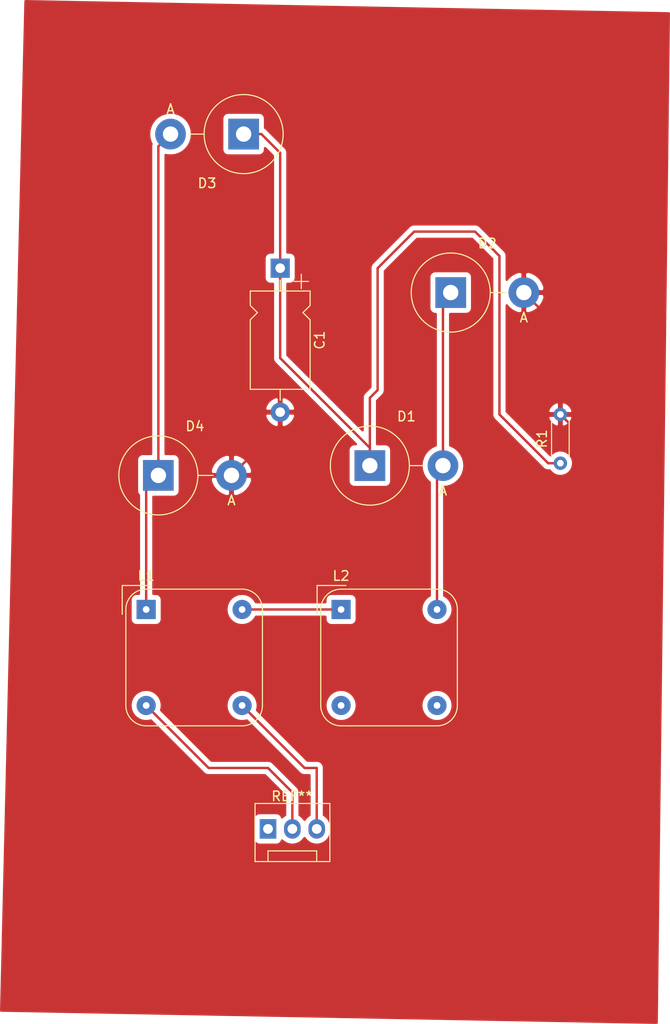
<source format=kicad_pcb>
(kicad_pcb (version 20171130) (host pcbnew "(5.1.4)-1")

  (general
    (thickness 1.6)
    (drawings 0)
    (tracks 50)
    (zones 0)
    (modules 9)
    (nets 6)
  )

  (page A4)
  (layers
    (0 F.Cu signal)
    (31 B.Cu signal)
    (32 B.Adhes user)
    (33 F.Adhes user)
    (34 B.Paste user)
    (35 F.Paste user)
    (36 B.SilkS user)
    (37 F.SilkS user)
    (38 B.Mask user)
    (39 F.Mask user)
    (40 Dwgs.User user)
    (41 Cmts.User user)
    (42 Eco1.User user)
    (43 Eco2.User user)
    (44 Edge.Cuts user)
    (45 Margin user)
    (46 B.CrtYd user hide)
    (47 F.CrtYd user hide)
    (48 B.Fab user hide)
    (49 F.Fab user hide)
  )

  (setup
    (last_trace_width 0.25)
    (trace_clearance 0.2)
    (zone_clearance 0.508)
    (zone_45_only no)
    (trace_min 0.2)
    (via_size 0.8)
    (via_drill 0.4)
    (via_min_size 0.4)
    (via_min_drill 0.3)
    (uvia_size 0.3)
    (uvia_drill 0.1)
    (uvias_allowed no)
    (uvia_min_size 0.2)
    (uvia_min_drill 0.1)
    (edge_width 0.05)
    (segment_width 0.2)
    (pcb_text_width 0.3)
    (pcb_text_size 1.5 1.5)
    (mod_edge_width 0.12)
    (mod_text_size 1 1)
    (mod_text_width 0.15)
    (pad_size 1.524 1.524)
    (pad_drill 0.762)
    (pad_to_mask_clearance 0.051)
    (solder_mask_min_width 0.25)
    (aux_axis_origin 0 0)
    (visible_elements FFFFFF7F)
    (pcbplotparams
      (layerselection 0x010fc_ffffffff)
      (usegerberextensions false)
      (usegerberattributes false)
      (usegerberadvancedattributes false)
      (creategerberjobfile false)
      (excludeedgelayer true)
      (linewidth 0.100000)
      (plotframeref false)
      (viasonmask false)
      (mode 1)
      (useauxorigin false)
      (hpglpennumber 1)
      (hpglpenspeed 20)
      (hpglpendiameter 15.000000)
      (psnegative false)
      (psa4output false)
      (plotreference true)
      (plotvalue true)
      (plotinvisibletext false)
      (padsonsilk false)
      (subtractmaskfromsilk false)
      (outputformat 1)
      (mirror false)
      (drillshape 1)
      (scaleselection 1)
      (outputdirectory ""))
  )

  (net 0 "")
  (net 1 GNDREF)
  (net 2 "Net-(C1-Pad1)")
  (net 3 "Net-(D1-Pad2)")
  (net 4 AC)
  (net 5 "Net-(L1-Pad2)")

  (net_class Default "Esta es la clase de red por defecto."
    (clearance 0.2)
    (trace_width 0.25)
    (via_dia 0.8)
    (via_drill 0.4)
    (uvia_dia 0.3)
    (uvia_drill 0.1)
    (add_net AC)
    (add_net GNDREF)
    (add_net "Net-(C1-Pad1)")
    (add_net "Net-(D1-Pad2)")
    (add_net "Net-(L1-Pad2)")
  )

  (module Connector:FanPinHeader_1x03_P2.54mm_Vertical (layer F.Cu) (tedit 5A19DCDF) (tstamp 5D78D8EF)
    (at 116.84 147.32)
    (descr "3-pin CPU fan Through hole pin header, see http://www.formfactors.org/developer%5Cspecs%5Crev1_2_public.pdf")
    (tags "pin header 3-pin CPU fan")
    (fp_text reference REF** (at 2.5 -3.4) (layer F.SilkS)
      (effects (font (size 1 1) (thickness 0.15)))
    )
    (fp_text value FanPinHeader_1x03_P2.54mm_Vertical (at 2.55 4.5) (layer F.Fab)
      (effects (font (size 1 1) (thickness 0.15)))
    )
    (fp_line (start 6.85 -3.05) (end 6.85 3.8) (layer F.CrtYd) (width 0.05))
    (fp_line (start 6.85 -3.05) (end -1.75 -3.05) (layer F.CrtYd) (width 0.05))
    (fp_line (start -1.75 3.8) (end 6.85 3.8) (layer F.CrtYd) (width 0.05))
    (fp_line (start -1.75 3.8) (end -1.75 -3.05) (layer F.CrtYd) (width 0.05))
    (fp_line (start 5.08 2.29) (end 5.08 3.3) (layer F.SilkS) (width 0.12))
    (fp_line (start 0 2.29) (end 5.08 2.29) (layer F.SilkS) (width 0.12))
    (fp_line (start 0 3.3) (end 0 2.29) (layer F.SilkS) (width 0.12))
    (fp_line (start 6.35 3.3) (end -1.25 3.3) (layer F.Fab) (width 0.1))
    (fp_line (start 6.35 -2.55) (end 6.35 3.3) (layer F.Fab) (width 0.1))
    (fp_line (start -1.25 -2.55) (end 6.35 -2.55) (layer F.Fab) (width 0.1))
    (fp_line (start -1.25 3.3) (end -1.25 -2.55) (layer F.Fab) (width 0.1))
    (fp_line (start 0 2.3) (end 0 3.3) (layer F.Fab) (width 0.1))
    (fp_line (start 5.05 2.3) (end 0 2.3) (layer F.Fab) (width 0.1))
    (fp_line (start 5.05 3.3) (end 5.05 2.3) (layer F.Fab) (width 0.1))
    (fp_line (start 6.45 3.4) (end -1.35 3.4) (layer F.SilkS) (width 0.12))
    (fp_line (start 6.45 -2.65) (end 6.45 3.4) (layer F.SilkS) (width 0.12))
    (fp_line (start -1.35 -2.65) (end 6.45 -2.65) (layer F.SilkS) (width 0.12))
    (fp_line (start -1.35 3.4) (end -1.35 -2.65) (layer F.SilkS) (width 0.12))
    (fp_text user %R (at 2.45 1.8) (layer F.Fab)
      (effects (font (size 1 1) (thickness 0.15)))
    )
    (pad 3 thru_hole oval (at 5.08 0 90) (size 2.03 1.73) (drill 1.02) (layers *.Cu *.Mask))
    (pad 2 thru_hole oval (at 2.54 0 90) (size 2.03 1.73) (drill 1.02) (layers *.Cu *.Mask))
    (pad 1 thru_hole rect (at 0 0 90) (size 2.03 1.73) (drill 1.02) (layers *.Cu *.Mask))
    (model ${KISYS3DMOD}/Connector.3dshapes/FanPinHeader_1x03_P2.54mm_Vertical.wrl
      (at (xyz 0 0 0))
      (scale (xyz 1 1 1))
      (rotate (xyz 0 0 0))
    )
  )

  (module Resistor_THT:R_Axial_DIN0204_L3.6mm_D1.6mm_P5.08mm_Horizontal (layer F.Cu) (tedit 5AE5139B) (tstamp 5D78D28F)
    (at 147.32 109.22 90)
    (descr "Resistor, Axial_DIN0204 series, Axial, Horizontal, pin pitch=5.08mm, 0.167W, length*diameter=3.6*1.6mm^2, http://cdn-reichelt.de/documents/datenblatt/B400/1_4W%23YAG.pdf")
    (tags "Resistor Axial_DIN0204 series Axial Horizontal pin pitch 5.08mm 0.167W length 3.6mm diameter 1.6mm")
    (path /5D7A3C8F)
    (fp_text reference R1 (at 2.54 -1.92 90) (layer F.SilkS)
      (effects (font (size 1 1) (thickness 0.15)))
    )
    (fp_text value 10 (at 2.54 1.92 90) (layer F.Fab)
      (effects (font (size 1 1) (thickness 0.15)))
    )
    (fp_text user %R (at 2.54 0) (layer F.Fab)
      (effects (font (size 0.72 0.72) (thickness 0.108)))
    )
    (fp_line (start 6.03 -1.05) (end -0.95 -1.05) (layer F.CrtYd) (width 0.05))
    (fp_line (start 6.03 1.05) (end 6.03 -1.05) (layer F.CrtYd) (width 0.05))
    (fp_line (start -0.95 1.05) (end 6.03 1.05) (layer F.CrtYd) (width 0.05))
    (fp_line (start -0.95 -1.05) (end -0.95 1.05) (layer F.CrtYd) (width 0.05))
    (fp_line (start 0.62 0.92) (end 4.46 0.92) (layer F.SilkS) (width 0.12))
    (fp_line (start 0.62 -0.92) (end 4.46 -0.92) (layer F.SilkS) (width 0.12))
    (fp_line (start 5.08 0) (end 4.34 0) (layer F.Fab) (width 0.1))
    (fp_line (start 0 0) (end 0.74 0) (layer F.Fab) (width 0.1))
    (fp_line (start 4.34 -0.8) (end 0.74 -0.8) (layer F.Fab) (width 0.1))
    (fp_line (start 4.34 0.8) (end 4.34 -0.8) (layer F.Fab) (width 0.1))
    (fp_line (start 0.74 0.8) (end 4.34 0.8) (layer F.Fab) (width 0.1))
    (fp_line (start 0.74 -0.8) (end 0.74 0.8) (layer F.Fab) (width 0.1))
    (pad 2 thru_hole oval (at 5.08 0 90) (size 1.4 1.4) (drill 0.7) (layers *.Cu *.Mask)
      (net 1 GNDREF))
    (pad 1 thru_hole circle (at 0 0 90) (size 1.4 1.4) (drill 0.7) (layers *.Cu *.Mask)
      (net 2 "Net-(C1-Pad1)"))
    (model ${KISYS3DMOD}/Resistor_THT.3dshapes/R_Axial_DIN0204_L3.6mm_D1.6mm_P5.08mm_Horizontal.wrl
      (at (xyz 0 0 0))
      (scale (xyz 1 1 1))
      (rotate (xyz 0 0 0))
    )
  )

  (module Inductor_THT:Choke_Schaffner_RN102-04-14.0x14.0mm (layer F.Cu) (tedit 5A1421CD) (tstamp 5D78D27C)
    (at 124.46 124.46)
    (descr "Current-compensated Chokes, Scaffner, RN102-04, 14.0mmx14.0mm https://www.schaffner.com/products/download/product/datasheet/rn-series-common-mode-chokes-new/")
    (tags "chokes schaffner tht")
    (path /5D7A23D5)
    (fp_text reference L2 (at 0 -3.5) (layer F.SilkS)
      (effects (font (size 1 1) (thickness 0.15)))
    )
    (fp_text value 1mh (at 5 13.5) (layer F.Fab)
      (effects (font (size 1 1) (thickness 0.15)))
    )
    (fp_text user %R (at 5 5) (layer F.Fab)
      (effects (font (size 1 1) (thickness 0.15)))
    )
    (fp_line (start -2.5 -2.5) (end -2.5 0.5) (layer F.SilkS) (width 0.12))
    (fp_line (start -2.5 -2.5) (end 0.5 -2.5) (layer F.SilkS) (width 0.12))
    (fp_line (start -2.25 10) (end -2.25 0) (layer F.CrtYd) (width 0.05))
    (fp_line (start 10 12.25) (end 0 12.25) (layer F.CrtYd) (width 0.05))
    (fp_line (start 12.25 0) (end 12.25 10) (layer F.CrtYd) (width 0.05))
    (fp_line (start 0 -2.25) (end 10 -2.25) (layer F.CrtYd) (width 0.05))
    (fp_line (start -2.12 10) (end -2.12 0) (layer F.SilkS) (width 0.12))
    (fp_line (start 10 12.12) (end 0 12.12) (layer F.SilkS) (width 0.12))
    (fp_line (start 12.12 0) (end 12.12 10) (layer F.SilkS) (width 0.12))
    (fp_line (start 0 -2.12) (end 10 -2.12) (layer F.SilkS) (width 0.12))
    (fp_line (start -1 1) (end -2 0) (layer F.Fab) (width 0.1))
    (fp_line (start -2 2) (end -1 1) (layer F.Fab) (width 0.1))
    (fp_line (start -2 10) (end -2 2) (layer F.Fab) (width 0.1))
    (fp_line (start 10 12) (end 0 12) (layer F.Fab) (width 0.1))
    (fp_line (start 12 0) (end 12 10) (layer F.Fab) (width 0.1))
    (fp_line (start 0 -2) (end 10 -2) (layer F.Fab) (width 0.1))
    (fp_arc (start 0 0) (end -2.25 0) (angle 90) (layer F.CrtYd) (width 0.05))
    (fp_arc (start 0 10) (end 0 12.25) (angle 90) (layer F.CrtYd) (width 0.05))
    (fp_arc (start 10 10) (end 12.25 10) (angle 90) (layer F.CrtYd) (width 0.05))
    (fp_arc (start 10 0) (end 10 -2.25) (angle 90) (layer F.CrtYd) (width 0.05))
    (fp_arc (start 0 0) (end -2.12 0) (angle 90) (layer F.SilkS) (width 0.12))
    (fp_arc (start 0 10) (end 0 12.12) (angle 90) (layer F.SilkS) (width 0.12))
    (fp_arc (start 10 10) (end 12.12 10) (angle 90) (layer F.SilkS) (width 0.12))
    (fp_arc (start 10 0) (end 10 -2.12) (angle 90) (layer F.SilkS) (width 0.12))
    (fp_arc (start 0 0) (end -2 0) (angle 90) (layer F.Fab) (width 0.1))
    (fp_arc (start 0 10) (end 0 12) (angle 90) (layer F.Fab) (width 0.1))
    (fp_arc (start 10 10) (end 12 10) (angle 90) (layer F.Fab) (width 0.1))
    (fp_arc (start 10 0) (end 10 -2) (angle 90) (layer F.Fab) (width 0.1))
    (pad 4 thru_hole circle (at 10 10) (size 2 2) (drill 0.7) (layers *.Cu *.Mask))
    (pad 3 thru_hole circle (at 0 10) (size 2 2) (drill 0.7) (layers *.Cu *.Mask))
    (pad 2 thru_hole circle (at 10 0) (size 2 2) (drill 0.7) (layers *.Cu *.Mask)
      (net 3 "Net-(D1-Pad2)"))
    (pad 1 thru_hole rect (at 0 0) (size 2 2) (drill 0.7) (layers *.Cu *.Mask)
      (net 5 "Net-(L1-Pad2)"))
    (model ${KISYS3DMOD}/Inductor_THT.3dshapes/Choke_Schaffner_RN102-04-14.0x14.0mm.wrl
      (at (xyz 0 0 0))
      (scale (xyz 1 1 1))
      (rotate (xyz 0 0 0))
    )
  )

  (module Inductor_THT:Choke_Schaffner_RN102-04-14.0x14.0mm (layer F.Cu) (tedit 5A1421CD) (tstamp 5D78D257)
    (at 104.14 124.46)
    (descr "Current-compensated Chokes, Scaffner, RN102-04, 14.0mmx14.0mm https://www.schaffner.com/products/download/product/datasheet/rn-series-common-mode-chokes-new/")
    (tags "chokes schaffner tht")
    (path /5D7A1997)
    (fp_text reference L1 (at 0 -3.5) (layer F.SilkS)
      (effects (font (size 1 1) (thickness 0.15)))
    )
    (fp_text value 0.5mh (at 5 13.5) (layer F.Fab)
      (effects (font (size 1 1) (thickness 0.15)))
    )
    (fp_text user %R (at 5 5) (layer F.Fab)
      (effects (font (size 1 1) (thickness 0.15)))
    )
    (fp_line (start -2.5 -2.5) (end -2.5 0.5) (layer F.SilkS) (width 0.12))
    (fp_line (start -2.5 -2.5) (end 0.5 -2.5) (layer F.SilkS) (width 0.12))
    (fp_line (start -2.25 10) (end -2.25 0) (layer F.CrtYd) (width 0.05))
    (fp_line (start 10 12.25) (end 0 12.25) (layer F.CrtYd) (width 0.05))
    (fp_line (start 12.25 0) (end 12.25 10) (layer F.CrtYd) (width 0.05))
    (fp_line (start 0 -2.25) (end 10 -2.25) (layer F.CrtYd) (width 0.05))
    (fp_line (start -2.12 10) (end -2.12 0) (layer F.SilkS) (width 0.12))
    (fp_line (start 10 12.12) (end 0 12.12) (layer F.SilkS) (width 0.12))
    (fp_line (start 12.12 0) (end 12.12 10) (layer F.SilkS) (width 0.12))
    (fp_line (start 0 -2.12) (end 10 -2.12) (layer F.SilkS) (width 0.12))
    (fp_line (start -1 1) (end -2 0) (layer F.Fab) (width 0.1))
    (fp_line (start -2 2) (end -1 1) (layer F.Fab) (width 0.1))
    (fp_line (start -2 10) (end -2 2) (layer F.Fab) (width 0.1))
    (fp_line (start 10 12) (end 0 12) (layer F.Fab) (width 0.1))
    (fp_line (start 12 0) (end 12 10) (layer F.Fab) (width 0.1))
    (fp_line (start 0 -2) (end 10 -2) (layer F.Fab) (width 0.1))
    (fp_arc (start 0 0) (end -2.25 0) (angle 90) (layer F.CrtYd) (width 0.05))
    (fp_arc (start 0 10) (end 0 12.25) (angle 90) (layer F.CrtYd) (width 0.05))
    (fp_arc (start 10 10) (end 12.25 10) (angle 90) (layer F.CrtYd) (width 0.05))
    (fp_arc (start 10 0) (end 10 -2.25) (angle 90) (layer F.CrtYd) (width 0.05))
    (fp_arc (start 0 0) (end -2.12 0) (angle 90) (layer F.SilkS) (width 0.12))
    (fp_arc (start 0 10) (end 0 12.12) (angle 90) (layer F.SilkS) (width 0.12))
    (fp_arc (start 10 10) (end 12.12 10) (angle 90) (layer F.SilkS) (width 0.12))
    (fp_arc (start 10 0) (end 10 -2.12) (angle 90) (layer F.SilkS) (width 0.12))
    (fp_arc (start 0 0) (end -2 0) (angle 90) (layer F.Fab) (width 0.1))
    (fp_arc (start 0 10) (end 0 12) (angle 90) (layer F.Fab) (width 0.1))
    (fp_arc (start 10 10) (end 12 10) (angle 90) (layer F.Fab) (width 0.1))
    (fp_arc (start 10 0) (end 10 -2) (angle 90) (layer F.Fab) (width 0.1))
    (pad 4 thru_hole circle (at 10 10) (size 2 2) (drill 0.7) (layers *.Cu *.Mask))
    (pad 3 thru_hole circle (at 0 10) (size 2 2) (drill 0.7) (layers *.Cu *.Mask))
    (pad 2 thru_hole circle (at 10 0) (size 2 2) (drill 0.7) (layers *.Cu *.Mask)
      (net 5 "Net-(L1-Pad2)"))
    (pad 1 thru_hole rect (at 0 0) (size 2 2) (drill 0.7) (layers *.Cu *.Mask)
      (net 4 AC))
    (model ${KISYS3DMOD}/Inductor_THT.3dshapes/Choke_Schaffner_RN102-04-14.0x14.0mm.wrl
      (at (xyz 0 0 0))
      (scale (xyz 1 1 1))
      (rotate (xyz 0 0 0))
    )
  )

  (module Diode_THT:D_5KPW_P7.62mm_Vertical_AnodeUp (layer F.Cu) (tedit 5AE50CD5) (tstamp 5D78D232)
    (at 105.41 110.49)
    (descr "Diode, 5KPW series, Axial, Vertical, pin pitch=7.62mm, , length*diameter=9*8mm^2, , http://www.diodes.com/_files/packages/8686949.gif")
    (tags "Diode 5KPW series Axial Vertical pin pitch 7.62mm  length 9mm diameter 8mm")
    (path /5D7A354E)
    (fp_text reference D4 (at 3.81 -5.12) (layer F.SilkS)
      (effects (font (size 1 1) (thickness 0.15)))
    )
    (fp_text value D (at 3.81 5.12) (layer F.Fab)
      (effects (font (size 1 1) (thickness 0.15)))
    )
    (fp_text user A (at 7.62 2.6) (layer F.SilkS)
      (effects (font (size 1 1) (thickness 0.15)))
    )
    (fp_text user A (at 7.62 2.6) (layer F.Fab)
      (effects (font (size 1 1) (thickness 0.15)))
    )
    (fp_text user %R (at 0 -2.1) (layer F.Fab)
      (effects (font (size 1 1) (thickness 0.15)))
    )
    (fp_line (start 9.47 -4.25) (end -4.25 -4.25) (layer F.CrtYd) (width 0.05))
    (fp_line (start 9.47 4.25) (end 9.47 -4.25) (layer F.CrtYd) (width 0.05))
    (fp_line (start -4.25 4.25) (end 9.47 4.25) (layer F.CrtYd) (width 0.05))
    (fp_line (start -4.25 -4.25) (end -4.25 4.25) (layer F.CrtYd) (width 0.05))
    (fp_line (start 4.12 0) (end 5.72 0) (layer F.SilkS) (width 0.12))
    (fp_line (start 0 0) (end 7.62 0) (layer F.Fab) (width 0.1))
    (fp_circle (center 0 0) (end 4.12 0) (layer F.SilkS) (width 0.12))
    (fp_circle (center 0 0) (end 4 0) (layer F.Fab) (width 0.1))
    (pad 2 thru_hole oval (at 7.62 0) (size 3.2 3.2) (drill 1.6) (layers *.Cu *.Mask)
      (net 1 GNDREF))
    (pad 1 thru_hole rect (at 0 0) (size 3.2 3.2) (drill 1.6) (layers *.Cu *.Mask)
      (net 4 AC))
    (model ${KISYS3DMOD}/Diode_THT.3dshapes/D_5KPW_P7.62mm_Vertical_AnodeUp.wrl
      (at (xyz 0 0 0))
      (scale (xyz 1 1 1))
      (rotate (xyz 0 0 0))
    )
  )

  (module Diode_THT:D_5KPW_P7.62mm_Vertical_AnodeUp (layer F.Cu) (tedit 5AE50CD5) (tstamp 5D78D221)
    (at 114.3 74.93 180)
    (descr "Diode, 5KPW series, Axial, Vertical, pin pitch=7.62mm, , length*diameter=9*8mm^2, , http://www.diodes.com/_files/packages/8686949.gif")
    (tags "Diode 5KPW series Axial Vertical pin pitch 7.62mm  length 9mm diameter 8mm")
    (path /5D7A3219)
    (fp_text reference D3 (at 3.81 -5.12) (layer F.SilkS)
      (effects (font (size 1 1) (thickness 0.15)))
    )
    (fp_text value D (at 3.81 5.12) (layer F.Fab)
      (effects (font (size 1 1) (thickness 0.15)))
    )
    (fp_text user A (at 7.62 2.6) (layer F.SilkS)
      (effects (font (size 1 1) (thickness 0.15)))
    )
    (fp_text user A (at 7.62 2.6) (layer F.Fab)
      (effects (font (size 1 1) (thickness 0.15)))
    )
    (fp_text user %R (at 0 -2.1) (layer F.Fab)
      (effects (font (size 1 1) (thickness 0.15)))
    )
    (fp_line (start 9.47 -4.25) (end -4.25 -4.25) (layer F.CrtYd) (width 0.05))
    (fp_line (start 9.47 4.25) (end 9.47 -4.25) (layer F.CrtYd) (width 0.05))
    (fp_line (start -4.25 4.25) (end 9.47 4.25) (layer F.CrtYd) (width 0.05))
    (fp_line (start -4.25 -4.25) (end -4.25 4.25) (layer F.CrtYd) (width 0.05))
    (fp_line (start 4.12 0) (end 5.72 0) (layer F.SilkS) (width 0.12))
    (fp_line (start 0 0) (end 7.62 0) (layer F.Fab) (width 0.1))
    (fp_circle (center 0 0) (end 4.12 0) (layer F.SilkS) (width 0.12))
    (fp_circle (center 0 0) (end 4 0) (layer F.Fab) (width 0.1))
    (pad 2 thru_hole oval (at 7.62 0 180) (size 3.2 3.2) (drill 1.6) (layers *.Cu *.Mask)
      (net 4 AC))
    (pad 1 thru_hole rect (at 0 0 180) (size 3.2 3.2) (drill 1.6) (layers *.Cu *.Mask)
      (net 2 "Net-(C1-Pad1)"))
    (model ${KISYS3DMOD}/Diode_THT.3dshapes/D_5KPW_P7.62mm_Vertical_AnodeUp.wrl
      (at (xyz 0 0 0))
      (scale (xyz 1 1 1))
      (rotate (xyz 0 0 0))
    )
  )

  (module Diode_THT:D_5KPW_P7.62mm_Vertical_AnodeUp (layer F.Cu) (tedit 5AE50CD5) (tstamp 5D78D210)
    (at 135.89 91.44)
    (descr "Diode, 5KPW series, Axial, Vertical, pin pitch=7.62mm, , length*diameter=9*8mm^2, , http://www.diodes.com/_files/packages/8686949.gif")
    (tags "Diode 5KPW series Axial Vertical pin pitch 7.62mm  length 9mm diameter 8mm")
    (path /5D7A338E)
    (fp_text reference D2 (at 3.81 -5.12) (layer F.SilkS)
      (effects (font (size 1 1) (thickness 0.15)))
    )
    (fp_text value D (at 3.81 5.12) (layer F.Fab)
      (effects (font (size 1 1) (thickness 0.15)))
    )
    (fp_text user A (at 7.62 2.6) (layer F.SilkS)
      (effects (font (size 1 1) (thickness 0.15)))
    )
    (fp_text user A (at 7.62 2.6) (layer F.Fab)
      (effects (font (size 1 1) (thickness 0.15)))
    )
    (fp_text user %R (at 0 -2.1) (layer F.Fab)
      (effects (font (size 1 1) (thickness 0.15)))
    )
    (fp_line (start 9.47 -4.25) (end -4.25 -4.25) (layer F.CrtYd) (width 0.05))
    (fp_line (start 9.47 4.25) (end 9.47 -4.25) (layer F.CrtYd) (width 0.05))
    (fp_line (start -4.25 4.25) (end 9.47 4.25) (layer F.CrtYd) (width 0.05))
    (fp_line (start -4.25 -4.25) (end -4.25 4.25) (layer F.CrtYd) (width 0.05))
    (fp_line (start 4.12 0) (end 5.72 0) (layer F.SilkS) (width 0.12))
    (fp_line (start 0 0) (end 7.62 0) (layer F.Fab) (width 0.1))
    (fp_circle (center 0 0) (end 4.12 0) (layer F.SilkS) (width 0.12))
    (fp_circle (center 0 0) (end 4 0) (layer F.Fab) (width 0.1))
    (pad 2 thru_hole oval (at 7.62 0) (size 3.2 3.2) (drill 1.6) (layers *.Cu *.Mask)
      (net 1 GNDREF))
    (pad 1 thru_hole rect (at 0 0) (size 3.2 3.2) (drill 1.6) (layers *.Cu *.Mask)
      (net 3 "Net-(D1-Pad2)"))
    (model ${KISYS3DMOD}/Diode_THT.3dshapes/D_5KPW_P7.62mm_Vertical_AnodeUp.wrl
      (at (xyz 0 0 0))
      (scale (xyz 1 1 1))
      (rotate (xyz 0 0 0))
    )
  )

  (module Diode_THT:D_5KPW_P7.62mm_Vertical_AnodeUp (layer F.Cu) (tedit 5AE50CD5) (tstamp 5D78D1FF)
    (at 127.46 109.47)
    (descr "Diode, 5KPW series, Axial, Vertical, pin pitch=7.62mm, , length*diameter=9*8mm^2, , http://www.diodes.com/_files/packages/8686949.gif")
    (tags "Diode 5KPW series Axial Vertical pin pitch 7.62mm  length 9mm diameter 8mm")
    (path /5D7A27AA)
    (fp_text reference D1 (at 3.81 -5.12) (layer F.SilkS)
      (effects (font (size 1 1) (thickness 0.15)))
    )
    (fp_text value D (at 3.81 5.12) (layer F.Fab)
      (effects (font (size 1 1) (thickness 0.15)))
    )
    (fp_text user A (at 7.62 2.6) (layer F.SilkS)
      (effects (font (size 1 1) (thickness 0.15)))
    )
    (fp_text user A (at 7.62 2.6) (layer F.Fab)
      (effects (font (size 1 1) (thickness 0.15)))
    )
    (fp_text user %R (at 0 -2.1) (layer F.Fab)
      (effects (font (size 1 1) (thickness 0.15)))
    )
    (fp_line (start 9.47 -4.25) (end -4.25 -4.25) (layer F.CrtYd) (width 0.05))
    (fp_line (start 9.47 4.25) (end 9.47 -4.25) (layer F.CrtYd) (width 0.05))
    (fp_line (start -4.25 4.25) (end 9.47 4.25) (layer F.CrtYd) (width 0.05))
    (fp_line (start -4.25 -4.25) (end -4.25 4.25) (layer F.CrtYd) (width 0.05))
    (fp_line (start 4.12 0) (end 5.72 0) (layer F.SilkS) (width 0.12))
    (fp_line (start 0 0) (end 7.62 0) (layer F.Fab) (width 0.1))
    (fp_circle (center 0 0) (end 4.12 0) (layer F.SilkS) (width 0.12))
    (fp_circle (center 0 0) (end 4 0) (layer F.Fab) (width 0.1))
    (pad 2 thru_hole oval (at 7.62 0) (size 3.2 3.2) (drill 1.6) (layers *.Cu *.Mask)
      (net 3 "Net-(D1-Pad2)"))
    (pad 1 thru_hole rect (at 0 0) (size 3.2 3.2) (drill 1.6) (layers *.Cu *.Mask)
      (net 2 "Net-(C1-Pad1)"))
    (model ${KISYS3DMOD}/Diode_THT.3dshapes/D_5KPW_P7.62mm_Vertical_AnodeUp.wrl
      (at (xyz 0 0 0))
      (scale (xyz 1 1 1))
      (rotate (xyz 0 0 0))
    )
  )

  (module Capacitor_THT:CP_Axial_L10.0mm_D6.0mm_P15.00mm_Horizontal (layer F.Cu) (tedit 5AE50EF2) (tstamp 5D78D1EE)
    (at 118.11 88.9 270)
    (descr "CP, Axial series, Axial, Horizontal, pin pitch=15mm, , length*diameter=10*6mm^2, Electrolytic Capacitor, , http://www.vishay.com/docs/28325/021asm.pdf")
    (tags "CP Axial series Axial Horizontal pin pitch 15mm  length 10mm diameter 6mm Electrolytic Capacitor")
    (path /5D7A3A8F)
    (fp_text reference C1 (at 7.5 -4.12 90) (layer F.SilkS)
      (effects (font (size 1 1) (thickness 0.15)))
    )
    (fp_text value 1mf (at 7.5 4.12 90) (layer F.Fab)
      (effects (font (size 1 1) (thickness 0.15)))
    )
    (fp_text user %R (at 7.5 0 90) (layer F.Fab)
      (effects (font (size 1 1) (thickness 0.15)))
    )
    (fp_line (start 16.25 -3.25) (end -1.25 -3.25) (layer F.CrtYd) (width 0.05))
    (fp_line (start 16.25 3.25) (end 16.25 -3.25) (layer F.CrtYd) (width 0.05))
    (fp_line (start -1.25 3.25) (end 16.25 3.25) (layer F.CrtYd) (width 0.05))
    (fp_line (start -1.25 -3.25) (end -1.25 3.25) (layer F.CrtYd) (width 0.05))
    (fp_line (start 13.76 0) (end 12.62 0) (layer F.SilkS) (width 0.12))
    (fp_line (start 1.24 0) (end 2.38 0) (layer F.SilkS) (width 0.12))
    (fp_line (start 5.38 3.12) (end 12.62 3.12) (layer F.SilkS) (width 0.12))
    (fp_line (start 4.63 2.37) (end 5.38 3.12) (layer F.SilkS) (width 0.12))
    (fp_line (start 3.88 3.12) (end 4.63 2.37) (layer F.SilkS) (width 0.12))
    (fp_line (start 2.38 3.12) (end 3.88 3.12) (layer F.SilkS) (width 0.12))
    (fp_line (start 5.38 -3.12) (end 12.62 -3.12) (layer F.SilkS) (width 0.12))
    (fp_line (start 4.63 -2.37) (end 5.38 -3.12) (layer F.SilkS) (width 0.12))
    (fp_line (start 3.88 -3.12) (end 4.63 -2.37) (layer F.SilkS) (width 0.12))
    (fp_line (start 2.38 -3.12) (end 3.88 -3.12) (layer F.SilkS) (width 0.12))
    (fp_line (start 12.62 -3.12) (end 12.62 3.12) (layer F.SilkS) (width 0.12))
    (fp_line (start 2.38 -3.12) (end 2.38 3.12) (layer F.SilkS) (width 0.12))
    (fp_line (start 1.38 -2.95) (end 1.38 -1.45) (layer F.SilkS) (width 0.12))
    (fp_line (start 0.63 -2.2) (end 2.13 -2.2) (layer F.SilkS) (width 0.12))
    (fp_line (start 4.65 -0.75) (end 4.65 0.75) (layer F.Fab) (width 0.1))
    (fp_line (start 3.9 0) (end 5.4 0) (layer F.Fab) (width 0.1))
    (fp_line (start 15 0) (end 12.5 0) (layer F.Fab) (width 0.1))
    (fp_line (start 0 0) (end 2.5 0) (layer F.Fab) (width 0.1))
    (fp_line (start 5.38 3) (end 12.5 3) (layer F.Fab) (width 0.1))
    (fp_line (start 4.63 2.25) (end 5.38 3) (layer F.Fab) (width 0.1))
    (fp_line (start 3.88 3) (end 4.63 2.25) (layer F.Fab) (width 0.1))
    (fp_line (start 2.5 3) (end 3.88 3) (layer F.Fab) (width 0.1))
    (fp_line (start 5.38 -3) (end 12.5 -3) (layer F.Fab) (width 0.1))
    (fp_line (start 4.63 -2.25) (end 5.38 -3) (layer F.Fab) (width 0.1))
    (fp_line (start 3.88 -3) (end 4.63 -2.25) (layer F.Fab) (width 0.1))
    (fp_line (start 2.5 -3) (end 3.88 -3) (layer F.Fab) (width 0.1))
    (fp_line (start 12.5 -3) (end 12.5 3) (layer F.Fab) (width 0.1))
    (fp_line (start 2.5 -3) (end 2.5 3) (layer F.Fab) (width 0.1))
    (pad 2 thru_hole oval (at 15 0 270) (size 2 2) (drill 1) (layers *.Cu *.Mask)
      (net 1 GNDREF))
    (pad 1 thru_hole rect (at 0 0 270) (size 2 2) (drill 1) (layers *.Cu *.Mask)
      (net 2 "Net-(C1-Pad1)"))
    (model ${KISYS3DMOD}/Capacitor_THT.3dshapes/CP_Axial_L10.0mm_D6.0mm_P15.00mm_Horizontal.wrl
      (at (xyz 0 0 0))
      (scale (xyz 1 1 1))
      (rotate (xyz 0 0 0))
    )
  )

  (segment (start 119.38 147.32) (end 119.38 143.51) (width 0.25) (layer F.Cu) (net 0))
  (segment (start 119.38 143.51) (end 116.84 140.97) (width 0.25) (layer F.Cu) (net 0))
  (segment (start 110.65 140.97) (end 104.14 134.46) (width 0.25) (layer F.Cu) (net 0))
  (segment (start 116.84 140.97) (end 110.65 140.97) (width 0.25) (layer F.Cu) (net 0))
  (segment (start 121.92 147.32) (end 121.92 140.97) (width 0.25) (layer F.Cu) (net 0))
  (segment (start 120.65 140.97) (end 114.14 134.46) (width 0.25) (layer F.Cu) (net 0))
  (segment (start 121.92 140.97) (end 120.65 140.97) (width 0.25) (layer F.Cu) (net 0))
  (segment (start 114.629999 108.890001) (end 116.510001 108.890001) (width 0.25) (layer F.Cu) (net 1))
  (segment (start 113.03 110.49) (end 114.629999 108.890001) (width 0.25) (layer F.Cu) (net 1))
  (segment (start 118.11 107.290002) (end 118.11 103.9) (width 0.25) (layer F.Cu) (net 1))
  (segment (start 116.510001 108.890001) (end 118.11 107.290002) (width 0.25) (layer F.Cu) (net 1))
  (segment (start 145.109999 93.039999) (end 145.109999 94.309999) (width 0.25) (layer F.Cu) (net 1))
  (segment (start 143.51 91.44) (end 145.109999 93.039999) (width 0.25) (layer F.Cu) (net 1))
  (segment (start 147.32 96.52) (end 147.32 104.14) (width 0.25) (layer F.Cu) (net 1))
  (segment (start 145.109999 94.309999) (end 147.32 96.52) (width 0.25) (layer F.Cu) (net 1))
  (segment (start 118.11 103.9) (end 118.11 111.76) (width 0.25) (layer F.Cu) (net 1))
  (segment (start 118.11 111.76) (end 125.73 119.38) (width 0.25) (layer F.Cu) (net 1))
  (segment (start 125.73 119.38) (end 127 119.38) (width 0.25) (layer F.Cu) (net 1))
  (segment (start 127 119.38) (end 132.08 124.46) (width 0.25) (layer F.Cu) (net 1))
  (segment (start 132.08 124.46) (end 132.08 128.27) (width 0.25) (layer F.Cu) (net 1))
  (segment (start 132.08 128.27) (end 133.35 129.54) (width 0.25) (layer F.Cu) (net 1))
  (segment (start 133.35 129.54) (end 134.62 129.54) (width 0.25) (layer F.Cu) (net 1))
  (segment (start 134.62 129.54) (end 151.13 113.03) (width 0.25) (layer F.Cu) (net 1))
  (segment (start 151.13 113.03) (end 151.13 107.95) (width 0.25) (layer F.Cu) (net 1))
  (segment (start 151.13 107.95) (end 148.59 105.41) (width 0.25) (layer F.Cu) (net 1))
  (segment (start 148.59 105.41) (end 147.32 104.14) (width 0.25) (layer F.Cu) (net 1))
  (segment (start 118.11 98.27) (end 118.11 88.9) (width 0.25) (layer F.Cu) (net 2))
  (segment (start 127.46 109.47) (end 127.46 107.62) (width 0.25) (layer F.Cu) (net 2))
  (segment (start 127.46 107.62) (end 118.11 98.27) (width 0.25) (layer F.Cu) (net 2))
  (segment (start 116.15 74.93) (end 114.3 74.93) (width 0.25) (layer F.Cu) (net 2))
  (segment (start 118.11 76.89) (end 116.15 74.93) (width 0.25) (layer F.Cu) (net 2))
  (segment (start 118.11 88.9) (end 118.11 76.89) (width 0.25) (layer F.Cu) (net 2))
  (segment (start 127.46 109.47) (end 127.46 102.41) (width 0.25) (layer F.Cu) (net 2))
  (segment (start 127.46 102.41) (end 128.27 101.6) (width 0.25) (layer F.Cu) (net 2))
  (segment (start 128.27 101.6) (end 128.27 88.9) (width 0.25) (layer F.Cu) (net 2))
  (segment (start 128.27 88.9) (end 132.08 85.09) (width 0.25) (layer F.Cu) (net 2))
  (segment (start 132.08 85.09) (end 138.43 85.09) (width 0.25) (layer F.Cu) (net 2))
  (segment (start 138.43 85.09) (end 140.97 87.63) (width 0.25) (layer F.Cu) (net 2))
  (segment (start 140.97 87.63) (end 140.97 104.14) (width 0.25) (layer F.Cu) (net 2))
  (segment (start 146.05 109.22) (end 147.32 109.22) (width 0.25) (layer F.Cu) (net 2))
  (segment (start 140.97 104.14) (end 146.05 109.22) (width 0.25) (layer F.Cu) (net 2))
  (segment (start 134.46 110.09) (end 135.08 109.47) (width 0.25) (layer F.Cu) (net 3))
  (segment (start 134.46 124.46) (end 134.46 110.09) (width 0.25) (layer F.Cu) (net 3))
  (segment (start 135.08 92.25) (end 135.89 91.44) (width 0.25) (layer F.Cu) (net 3))
  (segment (start 135.08 109.47) (end 135.08 92.25) (width 0.25) (layer F.Cu) (net 3))
  (segment (start 104.14 111.76) (end 105.41 110.49) (width 0.25) (layer F.Cu) (net 4))
  (segment (start 104.14 124.46) (end 104.14 111.76) (width 0.25) (layer F.Cu) (net 4))
  (segment (start 105.41 76.2) (end 106.68 74.93) (width 0.25) (layer F.Cu) (net 4))
  (segment (start 105.41 110.49) (end 105.41 76.2) (width 0.25) (layer F.Cu) (net 4))
  (segment (start 114.14 124.46) (end 124.46 124.46) (width 0.25) (layer F.Cu) (net 5))

  (zone (net 1) (net_name GNDREF) (layer F.Cu) (tstamp 0) (hatch edge 0.508)
    (connect_pads (clearance 0.508))
    (min_thickness 0.254)
    (fill yes (arc_segments 32) (thermal_gap 0.508) (thermal_bridge_width 0.508))
    (polygon
      (pts
        (xy 91.44 60.96) (xy 158.75 62.23) (xy 157.48 167.64) (xy 88.9 166.37)
      )
    )
    (filled_polygon
      (pts
        (xy 158.621489 62.354597) (xy 157.354549 167.510655) (xy 89.030039 166.245387) (xy 89.799832 134.298967) (xy 102.505 134.298967)
        (xy 102.505 134.621033) (xy 102.567832 134.936912) (xy 102.691082 135.234463) (xy 102.870013 135.502252) (xy 103.097748 135.729987)
        (xy 103.365537 135.908918) (xy 103.663088 136.032168) (xy 103.978967 136.095) (xy 104.301033 136.095) (xy 104.616912 136.032168)
        (xy 104.631376 136.026177) (xy 110.0862 141.481002) (xy 110.109999 141.510001) (xy 110.225724 141.604974) (xy 110.357753 141.675546)
        (xy 110.501014 141.719003) (xy 110.612667 141.73) (xy 110.612676 141.73) (xy 110.649999 141.733676) (xy 110.687322 141.73)
        (xy 116.525199 141.73) (xy 118.620001 143.824804) (xy 118.62 145.875397) (xy 118.542613 145.916762) (xy 118.314208 146.104208)
        (xy 118.30943 146.11003) (xy 118.294502 146.06082) (xy 118.235537 145.950506) (xy 118.156185 145.853815) (xy 118.059494 145.774463)
        (xy 117.94918 145.715498) (xy 117.829482 145.679188) (xy 117.705 145.666928) (xy 115.975 145.666928) (xy 115.850518 145.679188)
        (xy 115.73082 145.715498) (xy 115.620506 145.774463) (xy 115.523815 145.853815) (xy 115.444463 145.950506) (xy 115.385498 146.06082)
        (xy 115.349188 146.180518) (xy 115.336928 146.305) (xy 115.336928 148.335) (xy 115.349188 148.459482) (xy 115.385498 148.57918)
        (xy 115.444463 148.689494) (xy 115.523815 148.786185) (xy 115.620506 148.865537) (xy 115.73082 148.924502) (xy 115.850518 148.960812)
        (xy 115.975 148.973072) (xy 117.705 148.973072) (xy 117.829482 148.960812) (xy 117.94918 148.924502) (xy 118.059494 148.865537)
        (xy 118.156185 148.786185) (xy 118.235537 148.689494) (xy 118.294502 148.57918) (xy 118.30943 148.52997) (xy 118.314208 148.535792)
        (xy 118.542614 148.723238) (xy 118.803199 148.862524) (xy 119.08595 148.948295) (xy 119.38 148.977257) (xy 119.674051 148.948295)
        (xy 119.956802 148.862524) (xy 120.217387 148.723238) (xy 120.445792 148.535792) (xy 120.633238 148.307387) (xy 120.65 148.276028)
        (xy 120.666762 148.307387) (xy 120.854208 148.535792) (xy 121.082614 148.723238) (xy 121.343199 148.862524) (xy 121.62595 148.948295)
        (xy 121.92 148.977257) (xy 122.214051 148.948295) (xy 122.496802 148.862524) (xy 122.757387 148.723238) (xy 122.985792 148.535792)
        (xy 123.173238 148.307387) (xy 123.312524 148.046801) (xy 123.398295 147.76405) (xy 123.42 147.543679) (xy 123.42 147.09632)
        (xy 123.398295 146.875949) (xy 123.312524 146.593198) (xy 123.173238 146.332613) (xy 122.985792 146.104208) (xy 122.757386 145.916762)
        (xy 122.68 145.875398) (xy 122.68 141.007333) (xy 122.683677 140.97) (xy 122.669003 140.821014) (xy 122.625546 140.677753)
        (xy 122.554974 140.545724) (xy 122.460001 140.429999) (xy 122.344276 140.335026) (xy 122.212247 140.264454) (xy 122.068986 140.220997)
        (xy 121.957333 140.21) (xy 121.92 140.206323) (xy 121.882667 140.21) (xy 120.964802 140.21) (xy 115.706177 134.951376)
        (xy 115.712168 134.936912) (xy 115.775 134.621033) (xy 115.775 134.298967) (xy 122.825 134.298967) (xy 122.825 134.621033)
        (xy 122.887832 134.936912) (xy 123.011082 135.234463) (xy 123.190013 135.502252) (xy 123.417748 135.729987) (xy 123.685537 135.908918)
        (xy 123.983088 136.032168) (xy 124.298967 136.095) (xy 124.621033 136.095) (xy 124.936912 136.032168) (xy 125.234463 135.908918)
        (xy 125.502252 135.729987) (xy 125.729987 135.502252) (xy 125.908918 135.234463) (xy 126.032168 134.936912) (xy 126.095 134.621033)
        (xy 126.095 134.298967) (xy 132.825 134.298967) (xy 132.825 134.621033) (xy 132.887832 134.936912) (xy 133.011082 135.234463)
        (xy 133.190013 135.502252) (xy 133.417748 135.729987) (xy 133.685537 135.908918) (xy 133.983088 136.032168) (xy 134.298967 136.095)
        (xy 134.621033 136.095) (xy 134.936912 136.032168) (xy 135.234463 135.908918) (xy 135.502252 135.729987) (xy 135.729987 135.502252)
        (xy 135.908918 135.234463) (xy 136.032168 134.936912) (xy 136.095 134.621033) (xy 136.095 134.298967) (xy 136.032168 133.983088)
        (xy 135.908918 133.685537) (xy 135.729987 133.417748) (xy 135.502252 133.190013) (xy 135.234463 133.011082) (xy 134.936912 132.887832)
        (xy 134.621033 132.825) (xy 134.298967 132.825) (xy 133.983088 132.887832) (xy 133.685537 133.011082) (xy 133.417748 133.190013)
        (xy 133.190013 133.417748) (xy 133.011082 133.685537) (xy 132.887832 133.983088) (xy 132.825 134.298967) (xy 126.095 134.298967)
        (xy 126.032168 133.983088) (xy 125.908918 133.685537) (xy 125.729987 133.417748) (xy 125.502252 133.190013) (xy 125.234463 133.011082)
        (xy 124.936912 132.887832) (xy 124.621033 132.825) (xy 124.298967 132.825) (xy 123.983088 132.887832) (xy 123.685537 133.011082)
        (xy 123.417748 133.190013) (xy 123.190013 133.417748) (xy 123.011082 133.685537) (xy 122.887832 133.983088) (xy 122.825 134.298967)
        (xy 115.775 134.298967) (xy 115.712168 133.983088) (xy 115.588918 133.685537) (xy 115.409987 133.417748) (xy 115.182252 133.190013)
        (xy 114.914463 133.011082) (xy 114.616912 132.887832) (xy 114.301033 132.825) (xy 113.978967 132.825) (xy 113.663088 132.887832)
        (xy 113.365537 133.011082) (xy 113.097748 133.190013) (xy 112.870013 133.417748) (xy 112.691082 133.685537) (xy 112.567832 133.983088)
        (xy 112.505 134.298967) (xy 112.505 134.621033) (xy 112.567832 134.936912) (xy 112.691082 135.234463) (xy 112.870013 135.502252)
        (xy 113.097748 135.729987) (xy 113.365537 135.908918) (xy 113.663088 136.032168) (xy 113.978967 136.095) (xy 114.301033 136.095)
        (xy 114.616912 136.032168) (xy 114.631376 136.026177) (xy 120.0862 141.481002) (xy 120.109999 141.510001) (xy 120.225724 141.604974)
        (xy 120.357753 141.675546) (xy 120.501014 141.719003) (xy 120.612667 141.73) (xy 120.612676 141.73) (xy 120.649999 141.733676)
        (xy 120.687322 141.73) (xy 121.160001 141.73) (xy 121.16 145.875398) (xy 121.082613 145.916762) (xy 120.854208 146.104208)
        (xy 120.666762 146.332614) (xy 120.65 146.363973) (xy 120.633238 146.332613) (xy 120.445792 146.104208) (xy 120.217386 145.916762)
        (xy 120.14 145.875398) (xy 120.14 143.547322) (xy 120.143676 143.509999) (xy 120.14 143.472676) (xy 120.14 143.472667)
        (xy 120.129003 143.361014) (xy 120.085546 143.217753) (xy 120.014974 143.085724) (xy 120.001811 143.069685) (xy 119.943799 142.998996)
        (xy 119.943795 142.998992) (xy 119.920001 142.969999) (xy 119.891008 142.946205) (xy 117.403804 140.459003) (xy 117.380001 140.429999)
        (xy 117.264276 140.335026) (xy 117.132247 140.264454) (xy 116.988986 140.220997) (xy 116.877333 140.21) (xy 116.877322 140.21)
        (xy 116.84 140.206324) (xy 116.802678 140.21) (xy 110.964802 140.21) (xy 105.706177 134.951376) (xy 105.712168 134.936912)
        (xy 105.775 134.621033) (xy 105.775 134.298967) (xy 105.712168 133.983088) (xy 105.588918 133.685537) (xy 105.409987 133.417748)
        (xy 105.182252 133.190013) (xy 104.914463 133.011082) (xy 104.616912 132.887832) (xy 104.301033 132.825) (xy 103.978967 132.825)
        (xy 103.663088 132.887832) (xy 103.365537 133.011082) (xy 103.097748 133.190013) (xy 102.870013 133.417748) (xy 102.691082 133.685537)
        (xy 102.567832 133.983088) (xy 102.505 134.298967) (xy 89.799832 134.298967) (xy 90.061012 123.46) (xy 102.501928 123.46)
        (xy 102.501928 125.46) (xy 102.514188 125.584482) (xy 102.550498 125.70418) (xy 102.609463 125.814494) (xy 102.688815 125.911185)
        (xy 102.785506 125.990537) (xy 102.89582 126.049502) (xy 103.015518 126.085812) (xy 103.14 126.098072) (xy 105.14 126.098072)
        (xy 105.264482 126.085812) (xy 105.38418 126.049502) (xy 105.494494 125.990537) (xy 105.591185 125.911185) (xy 105.670537 125.814494)
        (xy 105.729502 125.70418) (xy 105.765812 125.584482) (xy 105.778072 125.46) (xy 105.778072 124.298967) (xy 112.505 124.298967)
        (xy 112.505 124.621033) (xy 112.567832 124.936912) (xy 112.691082 125.234463) (xy 112.870013 125.502252) (xy 113.097748 125.729987)
        (xy 113.365537 125.908918) (xy 113.663088 126.032168) (xy 113.978967 126.095) (xy 114.301033 126.095) (xy 114.616912 126.032168)
        (xy 114.914463 125.908918) (xy 115.182252 125.729987) (xy 115.409987 125.502252) (xy 115.588918 125.234463) (xy 115.594909 125.22)
        (xy 122.821928 125.22) (xy 122.821928 125.46) (xy 122.834188 125.584482) (xy 122.870498 125.70418) (xy 122.929463 125.814494)
        (xy 123.008815 125.911185) (xy 123.105506 125.990537) (xy 123.21582 126.049502) (xy 123.335518 126.085812) (xy 123.46 126.098072)
        (xy 125.46 126.098072) (xy 125.584482 126.085812) (xy 125.70418 126.049502) (xy 125.814494 125.990537) (xy 125.911185 125.911185)
        (xy 125.990537 125.814494) (xy 126.049502 125.70418) (xy 126.085812 125.584482) (xy 126.098072 125.46) (xy 126.098072 124.298967)
        (xy 132.825 124.298967) (xy 132.825 124.621033) (xy 132.887832 124.936912) (xy 133.011082 125.234463) (xy 133.190013 125.502252)
        (xy 133.417748 125.729987) (xy 133.685537 125.908918) (xy 133.983088 126.032168) (xy 134.298967 126.095) (xy 134.621033 126.095)
        (xy 134.936912 126.032168) (xy 135.234463 125.908918) (xy 135.502252 125.729987) (xy 135.729987 125.502252) (xy 135.908918 125.234463)
        (xy 136.032168 124.936912) (xy 136.095 124.621033) (xy 136.095 124.298967) (xy 136.032168 123.983088) (xy 135.908918 123.685537)
        (xy 135.729987 123.417748) (xy 135.502252 123.190013) (xy 135.234463 123.011082) (xy 135.22 123.005091) (xy 135.22 111.702025)
        (xy 135.518137 111.672661) (xy 135.939436 111.544862) (xy 136.327707 111.337326) (xy 136.66803 111.05803) (xy 136.947326 110.717707)
        (xy 137.154862 110.329436) (xy 137.282661 109.908137) (xy 137.325814 109.47) (xy 137.282661 109.031863) (xy 137.154862 108.610564)
        (xy 136.947326 108.222293) (xy 136.66803 107.88197) (xy 136.327707 107.602674) (xy 135.939436 107.395138) (xy 135.84 107.364975)
        (xy 135.84 93.678072) (xy 137.49 93.678072) (xy 137.614482 93.665812) (xy 137.73418 93.629502) (xy 137.844494 93.570537)
        (xy 137.941185 93.491185) (xy 138.020537 93.394494) (xy 138.079502 93.28418) (xy 138.115812 93.164482) (xy 138.128072 93.04)
        (xy 138.128072 89.84) (xy 138.115812 89.715518) (xy 138.079502 89.59582) (xy 138.020537 89.485506) (xy 137.941185 89.388815)
        (xy 137.844494 89.309463) (xy 137.73418 89.250498) (xy 137.614482 89.214188) (xy 137.49 89.201928) (xy 134.29 89.201928)
        (xy 134.165518 89.214188) (xy 134.04582 89.250498) (xy 133.935506 89.309463) (xy 133.838815 89.388815) (xy 133.759463 89.485506)
        (xy 133.700498 89.59582) (xy 133.664188 89.715518) (xy 133.651928 89.84) (xy 133.651928 93.04) (xy 133.664188 93.164482)
        (xy 133.700498 93.28418) (xy 133.759463 93.394494) (xy 133.838815 93.491185) (xy 133.935506 93.570537) (xy 134.04582 93.629502)
        (xy 134.165518 93.665812) (xy 134.29 93.678072) (xy 134.320001 93.678072) (xy 134.32 107.364975) (xy 134.220564 107.395138)
        (xy 133.832293 107.602674) (xy 133.49197 107.88197) (xy 133.212674 108.222293) (xy 133.005138 108.610564) (xy 132.877339 109.031863)
        (xy 132.834186 109.47) (xy 132.877339 109.908137) (xy 133.005138 110.329436) (xy 133.212674 110.717707) (xy 133.49197 111.05803)
        (xy 133.700001 111.228757) (xy 133.7 123.005091) (xy 133.685537 123.011082) (xy 133.417748 123.190013) (xy 133.190013 123.417748)
        (xy 133.011082 123.685537) (xy 132.887832 123.983088) (xy 132.825 124.298967) (xy 126.098072 124.298967) (xy 126.098072 123.46)
        (xy 126.085812 123.335518) (xy 126.049502 123.21582) (xy 125.990537 123.105506) (xy 125.911185 123.008815) (xy 125.814494 122.929463)
        (xy 125.70418 122.870498) (xy 125.584482 122.834188) (xy 125.46 122.821928) (xy 123.46 122.821928) (xy 123.335518 122.834188)
        (xy 123.21582 122.870498) (xy 123.105506 122.929463) (xy 123.008815 123.008815) (xy 122.929463 123.105506) (xy 122.870498 123.21582)
        (xy 122.834188 123.335518) (xy 122.821928 123.46) (xy 122.821928 123.7) (xy 115.594909 123.7) (xy 115.588918 123.685537)
        (xy 115.409987 123.417748) (xy 115.182252 123.190013) (xy 114.914463 123.011082) (xy 114.616912 122.887832) (xy 114.301033 122.825)
        (xy 113.978967 122.825) (xy 113.663088 122.887832) (xy 113.365537 123.011082) (xy 113.097748 123.190013) (xy 112.870013 123.417748)
        (xy 112.691082 123.685537) (xy 112.567832 123.983088) (xy 112.505 124.298967) (xy 105.778072 124.298967) (xy 105.778072 123.46)
        (xy 105.765812 123.335518) (xy 105.729502 123.21582) (xy 105.670537 123.105506) (xy 105.591185 123.008815) (xy 105.494494 122.929463)
        (xy 105.38418 122.870498) (xy 105.264482 122.834188) (xy 105.14 122.821928) (xy 104.9 122.821928) (xy 104.9 112.728072)
        (xy 107.01 112.728072) (xy 107.134482 112.715812) (xy 107.25418 112.679502) (xy 107.364494 112.620537) (xy 107.461185 112.541185)
        (xy 107.540537 112.444494) (xy 107.599502 112.33418) (xy 107.635812 112.214482) (xy 107.648072 112.09) (xy 107.648072 110.964503)
        (xy 110.84595 110.964503) (xy 110.950407 111.308861) (xy 111.150118 111.698835) (xy 111.422071 112.042354) (xy 111.755816 112.326217)
        (xy 112.138527 112.539516) (xy 112.555497 112.674053) (xy 112.903 112.562642) (xy 112.903 110.617) (xy 113.157 110.617)
        (xy 113.157 112.562642) (xy 113.504503 112.674053) (xy 113.921473 112.539516) (xy 114.304184 112.326217) (xy 114.637929 112.042354)
        (xy 114.909882 111.698835) (xy 115.109593 111.308861) (xy 115.21405 110.964503) (xy 115.102362 110.617) (xy 113.157 110.617)
        (xy 112.903 110.617) (xy 110.957638 110.617) (xy 110.84595 110.964503) (xy 107.648072 110.964503) (xy 107.648072 110.015497)
        (xy 110.84595 110.015497) (xy 110.957638 110.363) (xy 112.903 110.363) (xy 112.903 108.417358) (xy 113.157 108.417358)
        (xy 113.157 110.363) (xy 115.102362 110.363) (xy 115.21405 110.015497) (xy 115.109593 109.671139) (xy 114.909882 109.281165)
        (xy 114.637929 108.937646) (xy 114.304184 108.653783) (xy 113.921473 108.440484) (xy 113.504503 108.305947) (xy 113.157 108.417358)
        (xy 112.903 108.417358) (xy 112.555497 108.305947) (xy 112.138527 108.440484) (xy 111.755816 108.653783) (xy 111.422071 108.937646)
        (xy 111.150118 109.281165) (xy 110.950407 109.671139) (xy 110.84595 110.015497) (xy 107.648072 110.015497) (xy 107.648072 108.89)
        (xy 107.635812 108.765518) (xy 107.599502 108.64582) (xy 107.540537 108.535506) (xy 107.461185 108.438815) (xy 107.364494 108.359463)
        (xy 107.25418 108.300498) (xy 107.134482 108.264188) (xy 107.01 108.251928) (xy 106.17 108.251928) (xy 106.17 104.280435)
        (xy 116.519871 104.280435) (xy 116.624644 104.583344) (xy 116.786499 104.859992) (xy 116.999215 105.099748) (xy 117.254618 105.293399)
        (xy 117.542893 105.433502) (xy 117.729566 105.490124) (xy 117.983 105.370777) (xy 117.983 104.027) (xy 118.237 104.027)
        (xy 118.237 105.370777) (xy 118.490434 105.490124) (xy 118.677107 105.433502) (xy 118.965382 105.293399) (xy 119.220785 105.099748)
        (xy 119.433501 104.859992) (xy 119.595356 104.583344) (xy 119.700129 104.280435) (xy 119.581315 104.027) (xy 118.237 104.027)
        (xy 117.983 104.027) (xy 116.638685 104.027) (xy 116.519871 104.280435) (xy 106.17 104.280435) (xy 106.17 103.519565)
        (xy 116.519871 103.519565) (xy 116.638685 103.773) (xy 117.983 103.773) (xy 117.983 102.429223) (xy 118.237 102.429223)
        (xy 118.237 103.773) (xy 119.581315 103.773) (xy 119.700129 103.519565) (xy 119.595356 103.216656) (xy 119.433501 102.940008)
        (xy 119.220785 102.700252) (xy 118.965382 102.506601) (xy 118.677107 102.366498) (xy 118.490434 102.309876) (xy 118.237 102.429223)
        (xy 117.983 102.429223) (xy 117.729566 102.309876) (xy 117.542893 102.366498) (xy 117.254618 102.506601) (xy 116.999215 102.700252)
        (xy 116.786499 102.940008) (xy 116.624644 103.216656) (xy 116.519871 103.519565) (xy 106.17 103.519565) (xy 106.17 77.110862)
        (xy 106.241863 77.132661) (xy 106.570204 77.165) (xy 106.789796 77.165) (xy 107.118137 77.132661) (xy 107.539436 77.004862)
        (xy 107.927707 76.797326) (xy 108.26803 76.51803) (xy 108.547326 76.177707) (xy 108.754862 75.789436) (xy 108.882661 75.368137)
        (xy 108.925814 74.93) (xy 108.882661 74.491863) (xy 108.754862 74.070564) (xy 108.547326 73.682293) (xy 108.26803 73.34197)
        (xy 108.253445 73.33) (xy 112.061928 73.33) (xy 112.061928 76.53) (xy 112.074188 76.654482) (xy 112.110498 76.77418)
        (xy 112.169463 76.884494) (xy 112.248815 76.981185) (xy 112.345506 77.060537) (xy 112.45582 77.119502) (xy 112.575518 77.155812)
        (xy 112.7 77.168072) (xy 115.9 77.168072) (xy 116.024482 77.155812) (xy 116.14418 77.119502) (xy 116.254494 77.060537)
        (xy 116.351185 76.981185) (xy 116.430537 76.884494) (xy 116.489502 76.77418) (xy 116.525812 76.654482) (xy 116.538072 76.53)
        (xy 116.538072 76.392873) (xy 117.350001 77.204803) (xy 117.35 87.261928) (xy 117.11 87.261928) (xy 116.985518 87.274188)
        (xy 116.86582 87.310498) (xy 116.755506 87.369463) (xy 116.658815 87.448815) (xy 116.579463 87.545506) (xy 116.520498 87.65582)
        (xy 116.484188 87.775518) (xy 116.471928 87.9) (xy 116.471928 89.9) (xy 116.484188 90.024482) (xy 116.520498 90.14418)
        (xy 116.579463 90.254494) (xy 116.658815 90.351185) (xy 116.755506 90.430537) (xy 116.86582 90.489502) (xy 116.985518 90.525812)
        (xy 117.11 90.538072) (xy 117.350001 90.538072) (xy 117.35 98.232678) (xy 117.346324 98.27) (xy 117.35 98.307322)
        (xy 117.35 98.307332) (xy 117.360997 98.418985) (xy 117.404454 98.562246) (xy 117.475026 98.694276) (xy 117.514871 98.742826)
        (xy 117.569999 98.810001) (xy 117.599003 98.833804) (xy 125.997126 107.231928) (xy 125.86 107.231928) (xy 125.735518 107.244188)
        (xy 125.61582 107.280498) (xy 125.505506 107.339463) (xy 125.408815 107.418815) (xy 125.329463 107.515506) (xy 125.270498 107.62582)
        (xy 125.234188 107.745518) (xy 125.221928 107.87) (xy 125.221928 111.07) (xy 125.234188 111.194482) (xy 125.270498 111.31418)
        (xy 125.329463 111.424494) (xy 125.408815 111.521185) (xy 125.505506 111.600537) (xy 125.61582 111.659502) (xy 125.735518 111.695812)
        (xy 125.86 111.708072) (xy 129.06 111.708072) (xy 129.184482 111.695812) (xy 129.30418 111.659502) (xy 129.414494 111.600537)
        (xy 129.511185 111.521185) (xy 129.590537 111.424494) (xy 129.649502 111.31418) (xy 129.685812 111.194482) (xy 129.698072 111.07)
        (xy 129.698072 107.87) (xy 129.685812 107.745518) (xy 129.649502 107.62582) (xy 129.590537 107.515506) (xy 129.511185 107.418815)
        (xy 129.414494 107.339463) (xy 129.30418 107.280498) (xy 129.184482 107.244188) (xy 129.06 107.231928) (xy 128.22 107.231928)
        (xy 128.22 102.724801) (xy 128.781004 102.163798) (xy 128.810001 102.140001) (xy 128.836332 102.107917) (xy 128.904974 102.024277)
        (xy 128.975546 101.892247) (xy 128.982295 101.869999) (xy 129.019003 101.748986) (xy 129.03 101.637333) (xy 129.03 101.637323)
        (xy 129.033676 101.6) (xy 129.03 101.562678) (xy 129.03 89.214801) (xy 132.394802 85.85) (xy 138.115199 85.85)
        (xy 140.21 87.944803) (xy 140.210001 104.102667) (xy 140.206324 104.14) (xy 140.220998 104.288985) (xy 140.264454 104.432246)
        (xy 140.335026 104.564276) (xy 140.406201 104.651002) (xy 140.43 104.680001) (xy 140.458998 104.703799) (xy 145.486201 109.731003)
        (xy 145.509999 109.760001) (xy 145.538997 109.783799) (xy 145.625723 109.854974) (xy 145.757753 109.925546) (xy 145.901014 109.969003)
        (xy 146.012667 109.98) (xy 146.012677 109.98) (xy 146.05 109.983676) (xy 146.087323 109.98) (xy 146.222225 109.98)
        (xy 146.283038 110.071013) (xy 146.468987 110.256962) (xy 146.687641 110.403061) (xy 146.930595 110.503696) (xy 147.188514 110.555)
        (xy 147.451486 110.555) (xy 147.709405 110.503696) (xy 147.952359 110.403061) (xy 148.171013 110.256962) (xy 148.356962 110.071013)
        (xy 148.503061 109.852359) (xy 148.603696 109.609405) (xy 148.655 109.351486) (xy 148.655 109.088514) (xy 148.603696 108.830595)
        (xy 148.503061 108.587641) (xy 148.356962 108.368987) (xy 148.171013 108.183038) (xy 147.952359 108.036939) (xy 147.709405 107.936304)
        (xy 147.451486 107.885) (xy 147.188514 107.885) (xy 146.930595 107.936304) (xy 146.687641 108.036939) (xy 146.468987 108.183038)
        (xy 146.283038 108.368987) (xy 146.279333 108.374531) (xy 142.378132 104.47333) (xy 146.027278 104.47333) (xy 146.117147 104.719123)
        (xy 146.253241 104.94266) (xy 146.43033 105.135351) (xy 146.641608 105.289792) (xy 146.878956 105.400047) (xy 146.986671 105.432716)
        (xy 147.193 105.309374) (xy 147.193 104.267) (xy 147.447 104.267) (xy 147.447 105.309374) (xy 147.653329 105.432716)
        (xy 147.761044 105.400047) (xy 147.998392 105.289792) (xy 148.20967 105.135351) (xy 148.386759 104.94266) (xy 148.522853 104.719123)
        (xy 148.612722 104.47333) (xy 148.490201 104.267) (xy 147.447 104.267) (xy 147.193 104.267) (xy 146.149799 104.267)
        (xy 146.027278 104.47333) (xy 142.378132 104.47333) (xy 141.73 103.825199) (xy 141.73 103.80667) (xy 146.027278 103.80667)
        (xy 146.149799 104.013) (xy 147.193 104.013) (xy 147.193 102.970626) (xy 147.447 102.970626) (xy 147.447 104.013)
        (xy 148.490201 104.013) (xy 148.612722 103.80667) (xy 148.522853 103.560877) (xy 148.386759 103.33734) (xy 148.20967 103.144649)
        (xy 147.998392 102.990208) (xy 147.761044 102.879953) (xy 147.653329 102.847284) (xy 147.447 102.970626) (xy 147.193 102.970626)
        (xy 146.986671 102.847284) (xy 146.878956 102.879953) (xy 146.641608 102.990208) (xy 146.43033 103.144649) (xy 146.253241 103.33734)
        (xy 146.117147 103.560877) (xy 146.027278 103.80667) (xy 141.73 103.80667) (xy 141.73 92.775002) (xy 141.902071 92.992354)
        (xy 142.235816 93.276217) (xy 142.618527 93.489516) (xy 143.035497 93.624053) (xy 143.383 93.512642) (xy 143.383 91.567)
        (xy 143.637 91.567) (xy 143.637 93.512642) (xy 143.984503 93.624053) (xy 144.401473 93.489516) (xy 144.784184 93.276217)
        (xy 145.117929 92.992354) (xy 145.389882 92.648835) (xy 145.589593 92.258861) (xy 145.69405 91.914503) (xy 145.582362 91.567)
        (xy 143.637 91.567) (xy 143.383 91.567) (xy 143.363 91.567) (xy 143.363 91.313) (xy 143.383 91.313)
        (xy 143.383 89.367358) (xy 143.637 89.367358) (xy 143.637 91.313) (xy 145.582362 91.313) (xy 145.69405 90.965497)
        (xy 145.589593 90.621139) (xy 145.389882 90.231165) (xy 145.117929 89.887646) (xy 144.784184 89.603783) (xy 144.401473 89.390484)
        (xy 143.984503 89.255947) (xy 143.637 89.367358) (xy 143.383 89.367358) (xy 143.035497 89.255947) (xy 142.618527 89.390484)
        (xy 142.235816 89.603783) (xy 141.902071 89.887646) (xy 141.73 90.104998) (xy 141.73 87.667322) (xy 141.733676 87.629999)
        (xy 141.73 87.592676) (xy 141.73 87.592667) (xy 141.719003 87.481014) (xy 141.675546 87.337753) (xy 141.604974 87.205724)
        (xy 141.591811 87.189685) (xy 141.533799 87.118996) (xy 141.533795 87.118992) (xy 141.510001 87.089999) (xy 141.481009 87.066206)
        (xy 138.993804 84.579003) (xy 138.970001 84.549999) (xy 138.854276 84.455026) (xy 138.722247 84.384454) (xy 138.578986 84.340997)
        (xy 138.467333 84.33) (xy 138.467322 84.33) (xy 138.43 84.326324) (xy 138.392678 84.33) (xy 132.117325 84.33)
        (xy 132.08 84.326324) (xy 132.042675 84.33) (xy 132.042667 84.33) (xy 131.931014 84.340997) (xy 131.787753 84.384454)
        (xy 131.655724 84.455026) (xy 131.539999 84.549999) (xy 131.516201 84.578997) (xy 127.758998 88.336201) (xy 127.73 88.359999)
        (xy 127.706202 88.388997) (xy 127.706201 88.388998) (xy 127.635026 88.475724) (xy 127.564454 88.607754) (xy 127.520998 88.751015)
        (xy 127.506324 88.9) (xy 127.510001 88.937332) (xy 127.51 101.285198) (xy 126.948998 101.846201) (xy 126.92 101.869999)
        (xy 126.896202 101.898997) (xy 126.896201 101.898998) (xy 126.825026 101.985724) (xy 126.754454 102.117754) (xy 126.747706 102.140001)
        (xy 126.710998 102.261014) (xy 126.702332 102.349003) (xy 126.696324 102.41) (xy 126.700001 102.447332) (xy 126.700001 105.785199)
        (xy 118.87 97.955199) (xy 118.87 90.538072) (xy 119.11 90.538072) (xy 119.234482 90.525812) (xy 119.35418 90.489502)
        (xy 119.464494 90.430537) (xy 119.561185 90.351185) (xy 119.640537 90.254494) (xy 119.699502 90.14418) (xy 119.735812 90.024482)
        (xy 119.748072 89.9) (xy 119.748072 87.9) (xy 119.735812 87.775518) (xy 119.699502 87.65582) (xy 119.640537 87.545506)
        (xy 119.561185 87.448815) (xy 119.464494 87.369463) (xy 119.35418 87.310498) (xy 119.234482 87.274188) (xy 119.11 87.261928)
        (xy 118.87 87.261928) (xy 118.87 76.927333) (xy 118.873677 76.89) (xy 118.859003 76.741014) (xy 118.815546 76.597753)
        (xy 118.744974 76.465724) (xy 118.673799 76.378997) (xy 118.650001 76.349999) (xy 118.621003 76.326201) (xy 116.713804 74.419003)
        (xy 116.690001 74.389999) (xy 116.574276 74.295026) (xy 116.538072 74.275674) (xy 116.538072 73.33) (xy 116.525812 73.205518)
        (xy 116.489502 73.08582) (xy 116.430537 72.975506) (xy 116.351185 72.878815) (xy 116.254494 72.799463) (xy 116.14418 72.740498)
        (xy 116.024482 72.704188) (xy 115.9 72.691928) (xy 112.7 72.691928) (xy 112.575518 72.704188) (xy 112.45582 72.740498)
        (xy 112.345506 72.799463) (xy 112.248815 72.878815) (xy 112.169463 72.975506) (xy 112.110498 73.08582) (xy 112.074188 73.205518)
        (xy 112.061928 73.33) (xy 108.253445 73.33) (xy 107.927707 73.062674) (xy 107.539436 72.855138) (xy 107.118137 72.727339)
        (xy 106.789796 72.695) (xy 106.570204 72.695) (xy 106.241863 72.727339) (xy 105.820564 72.855138) (xy 105.432293 73.062674)
        (xy 105.09197 73.34197) (xy 104.812674 73.682293) (xy 104.605138 74.070564) (xy 104.477339 74.491863) (xy 104.434186 74.93)
        (xy 104.477339 75.368137) (xy 104.605138 75.789436) (xy 104.691394 75.950809) (xy 104.660998 76.051015) (xy 104.646324 76.2)
        (xy 104.650001 76.237333) (xy 104.65 108.251928) (xy 103.81 108.251928) (xy 103.685518 108.264188) (xy 103.56582 108.300498)
        (xy 103.455506 108.359463) (xy 103.358815 108.438815) (xy 103.279463 108.535506) (xy 103.220498 108.64582) (xy 103.184188 108.765518)
        (xy 103.171928 108.89) (xy 103.171928 112.09) (xy 103.184188 112.214482) (xy 103.220498 112.33418) (xy 103.279463 112.444494)
        (xy 103.358815 112.541185) (xy 103.380001 112.558572) (xy 103.38 122.821928) (xy 103.14 122.821928) (xy 103.015518 122.834188)
        (xy 102.89582 122.870498) (xy 102.785506 122.929463) (xy 102.688815 123.008815) (xy 102.609463 123.105506) (xy 102.550498 123.21582)
        (xy 102.514188 123.335518) (xy 102.501928 123.46) (xy 90.061012 123.46) (xy 91.56392 61.08936)
      )
    )
  )
)

</source>
